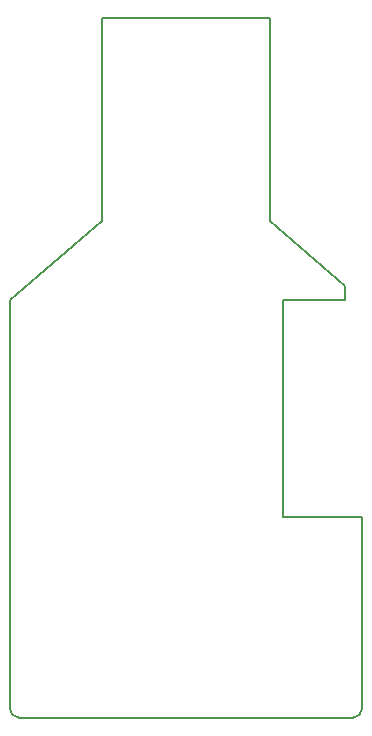
<source format=gbr>
G04 DipTrace 3.3.1.3*
G04 BoardOutline.gbr*
%MOIN*%
G04 #@! TF.FileFunction,Profile*
G04 #@! TF.Part,Single*
%ADD11C,0.005512*%
%FSLAX26Y26*%
G04*
G70*
G90*
G75*
G01*
G04 BoardOutline*
%LPD*%
X699951Y2724950D2*
D11*
X1262461D1*
Y2049950D1*
X1512451Y1831199D1*
Y1787450D1*
X1306201D1*
Y1062450D1*
X1568701D1*
Y424950D1*
G02X1537451Y393701I-31249J-1D01*
G01*
X424950D1*
G02X393701Y424950I-1J31249D01*
G01*
X393720Y1784913D1*
X699951Y2049950D1*
Y2724950D1*
M02*

</source>
